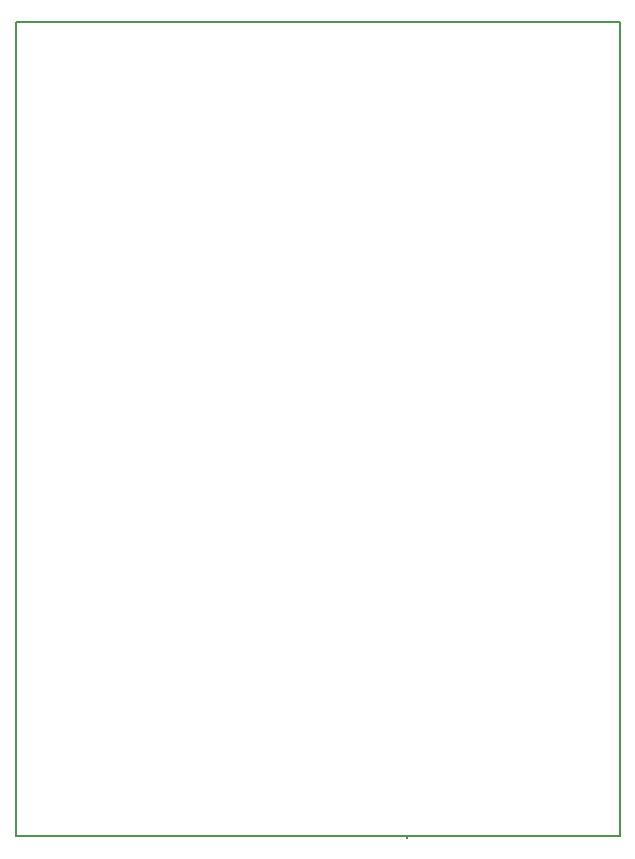
<source format=gbr>
%FSLAX34Y34*%
G04 Gerber Fmt 3.4, Leading zero omitted, Abs format*
G04 (created by PCBNEW (2014-03-14 BZR 4749)-product) date Sat 15 Mar 2014 19:33:45 CET*
%MOIN*%
G01*
G70*
G90*
G04 APERTURE LIST*
%ADD10C,0.005906*%
G04 APERTURE END LIST*
G54D10*
X75039Y-52519D02*
X75039Y-52559D01*
X62007Y-52519D02*
X75039Y-52519D01*
X62007Y-25354D02*
X62007Y-52519D01*
X63188Y-25354D02*
X62007Y-25354D01*
X82125Y-25354D02*
X63188Y-25354D01*
X82125Y-52519D02*
X82125Y-25354D01*
X75000Y-52519D02*
X82125Y-52519D01*
M02*

</source>
